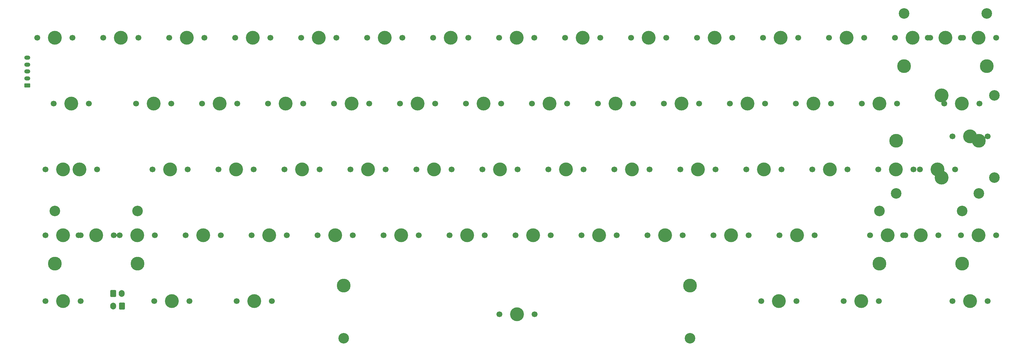
<source format=gbr>
%TF.GenerationSoftware,KiCad,Pcbnew,8.99.0-946-gf00a1ab517*%
%TF.CreationDate,2024-05-15T19:37:32+07:00*%
%TF.ProjectId,toro60,746f726f-3630-42e6-9b69-6361645f7063,rev?*%
%TF.SameCoordinates,Original*%
%TF.FileFunction,Soldermask,Top*%
%TF.FilePolarity,Negative*%
%FSLAX46Y46*%
G04 Gerber Fmt 4.6, Leading zero omitted, Abs format (unit mm)*
G04 Created by KiCad (PCBNEW 8.99.0-946-gf00a1ab517) date 2024-05-15 19:37:32*
%MOMM*%
%LPD*%
G01*
G04 APERTURE LIST*
G04 Aperture macros list*
%AMRoundRect*
0 Rectangle with rounded corners*
0 $1 Rounding radius*
0 $2 $3 $4 $5 $6 $7 $8 $9 X,Y pos of 4 corners*
0 Add a 4 corners polygon primitive as box body*
4,1,4,$2,$3,$4,$5,$6,$7,$8,$9,$2,$3,0*
0 Add four circle primitives for the rounded corners*
1,1,$1+$1,$2,$3*
1,1,$1+$1,$4,$5*
1,1,$1+$1,$6,$7*
1,1,$1+$1,$8,$9*
0 Add four rect primitives between the rounded corners*
20,1,$1+$1,$2,$3,$4,$5,0*
20,1,$1+$1,$4,$5,$6,$7,0*
20,1,$1+$1,$6,$7,$8,$9,0*
20,1,$1+$1,$8,$9,$2,$3,0*%
G04 Aperture macros list end*
%ADD10C,1.700000*%
%ADD11C,4.000000*%
%ADD12RoundRect,0.250000X0.600000X0.750000X-0.600000X0.750000X-0.600000X-0.750000X0.600000X-0.750000X0*%
%ADD13O,1.700000X2.000000*%
%ADD14RoundRect,0.250000X0.625000X-0.350000X0.625000X0.350000X-0.625000X0.350000X-0.625000X-0.350000X0*%
%ADD15O,1.750000X1.200000*%
%ADD16C,3.048000*%
%ADD17C,3.987800*%
%ADD18RoundRect,0.250000X-0.600000X-0.750000X0.600000X-0.750000X0.600000X0.750000X-0.600000X0.750000X0*%
%ADD19C,3.050000*%
G04 APERTURE END LIST*
D10*
%TO.C,SW29*%
X304483000Y-19050000D03*
D11*
X309563000Y-19050000D03*
D10*
X314643000Y-19050000D03*
%TD*%
%TO.C,SW30*%
X49689000Y-38100000D03*
D11*
X54769000Y-38100000D03*
D10*
X59849000Y-38100000D03*
%TD*%
%TO.C,SW16*%
X47308000Y-19050000D03*
D11*
X52388000Y-19050000D03*
D10*
X57468000Y-19050000D03*
%TD*%
%TO.C,SW69*%
X275430999Y-76200000D03*
D11*
X280510999Y-76200000D03*
D10*
X285590999Y-76200000D03*
%TD*%
%TO.C,SW50*%
X180657500Y-57150000D03*
D11*
X185737500Y-57150000D03*
D10*
X190817500Y-57150000D03*
%TD*%
%TO.C,SW31*%
X75882500Y-38100000D03*
D11*
X80962500Y-38100000D03*
D10*
X86042500Y-38100000D03*
%TD*%
%TO.C,SW13*%
X271145000Y0D03*
D11*
X276225000Y0D03*
D10*
X281305000Y0D03*
%TD*%
%TO.C,SW46*%
X104457500Y-57150000D03*
D11*
X109537500Y-57150000D03*
D10*
X114617500Y-57150000D03*
%TD*%
%TO.C,SW19*%
X109220000Y-19050000D03*
D11*
X114300000Y-19050000D03*
D10*
X119380000Y-19050000D03*
%TD*%
%TO.C,SW23*%
X185420000Y-19050000D03*
D11*
X190500000Y-19050000D03*
D10*
X195580000Y-19050000D03*
%TD*%
D12*
%TO.C,SWb\u00F4t1*%
X67020000Y-77640000D03*
D13*
X64520000Y-77640000D03*
%TD*%
D10*
%TO.C,SW53*%
X237807500Y-57150000D03*
D11*
X242887500Y-57150000D03*
D10*
X247967500Y-57150000D03*
%TD*%
%TO.C,SW28*%
X280670000Y-19050000D03*
D11*
X285750000Y-19050000D03*
D10*
X290830000Y-19050000D03*
%TD*%
%TO.C,SW56*%
X309245000Y-57150000D03*
D11*
X314325000Y-57150000D03*
D10*
X319405000Y-57150000D03*
%TD*%
%TO.C,SW34*%
X133032500Y-38100000D03*
D11*
X138112500Y-38100000D03*
D10*
X143192500Y-38100000D03*
%TD*%
%TO.C,SW45*%
X85407500Y-57150000D03*
D11*
X90487500Y-57150000D03*
D10*
X95567500Y-57150000D03*
%TD*%
%TO.C,SW2*%
X61595000Y0D03*
D11*
X66675000Y0D03*
D10*
X71755000Y0D03*
%TD*%
%TO.C,SW21*%
X147320000Y-19050000D03*
D11*
X152400000Y-19050000D03*
D10*
X157480000Y-19050000D03*
%TD*%
%TO.C,SW3*%
X80645000Y0D03*
D11*
X85725000Y0D03*
D10*
X90805000Y0D03*
%TD*%
%TO.C,SW26*%
X242570000Y-19050000D03*
D11*
X247650000Y-19050000D03*
D10*
X252730000Y-19050000D03*
%TD*%
D14*
%TO.C,J2*%
X39750000Y-13790000D03*
D15*
X39750000Y-11790000D03*
X39750000Y-9790000D03*
X39750000Y-7790000D03*
X39750000Y-5790000D03*
%TD*%
D10*
%TO.C,SW8*%
X175895000Y0D03*
D11*
X180975000Y0D03*
D10*
X186055000Y0D03*
%TD*%
%TO.C,SW22*%
X166370000Y-19050000D03*
D11*
X171450000Y-19050000D03*
D10*
X176530000Y-19050000D03*
%TD*%
%TO.C,SW6*%
X137795000Y0D03*
D11*
X142875000Y0D03*
D10*
X147955000Y0D03*
%TD*%
%TO.C,SW14*%
X290195000Y0D03*
D11*
X295275000Y0D03*
D10*
X300355000Y0D03*
%TD*%
%TO.C,SW20*%
X128270000Y-19050000D03*
D11*
X133350000Y-19050000D03*
D10*
X138430000Y-19050000D03*
%TD*%
%TO.C,SW24*%
X204470000Y-19050000D03*
D11*
X209550000Y-19050000D03*
D10*
X214630000Y-19050000D03*
%TD*%
%TO.C,SW40*%
X247332500Y-38100000D03*
D11*
X252412500Y-38100000D03*
D10*
X257492500Y-38100000D03*
%TD*%
%TO.C,SW36*%
X171132500Y-38100000D03*
D11*
X176212500Y-38100000D03*
D10*
X181292500Y-38100000D03*
%TD*%
%TO.C,SW35*%
X152082500Y-38100000D03*
D11*
X157162500Y-38100000D03*
D10*
X162242500Y-38100000D03*
%TD*%
%TO.C,SW17*%
X71120000Y-19050000D03*
D11*
X76200000Y-19050000D03*
D10*
X81280000Y-19050000D03*
%TD*%
%TO.C,SW41*%
X266382500Y-38100000D03*
D11*
X271462500Y-38100000D03*
D10*
X276542500Y-38100000D03*
%TD*%
%TO.C,SW39*%
X228282500Y-38100000D03*
D11*
X233362500Y-38100000D03*
D10*
X238442500Y-38100000D03*
%TD*%
D16*
%TO.C,SW1005*%
X285718500Y-50165000D03*
D17*
X285718500Y-65405000D03*
D10*
X292576500Y-57150000D03*
D11*
X297656500Y-57150000D03*
D10*
X302736500Y-57150000D03*
D16*
X309594500Y-50165000D03*
D17*
X309594500Y-65405000D03*
%TD*%
D10*
%TO.C,SW11*%
X233045000Y0D03*
D11*
X238125000Y0D03*
D10*
X243205000Y0D03*
%TD*%
%TO.C,SW49*%
X161607500Y-57150000D03*
D11*
X166687500Y-57150000D03*
D10*
X171767500Y-57150000D03*
%TD*%
D18*
%TO.C,SWb\u00F4trst1*%
X64500000Y-74020000D03*
D13*
X67000000Y-74020000D03*
%TD*%
D10*
%TO.C,SW1001*%
X285432500Y-38100000D03*
D11*
X290512500Y-38100000D03*
D10*
X295592500Y-38100000D03*
%TD*%
%TO.C,SW12*%
X252095000Y0D03*
D11*
X257175000Y0D03*
D10*
X262255000Y0D03*
%TD*%
%TO.C,SW1002*%
X44926000Y-38100000D03*
D11*
X50006000Y-38100000D03*
D10*
X55086000Y-38100000D03*
%TD*%
%TO.C,SW1*%
X42545000Y0D03*
D11*
X47625000Y0D03*
D10*
X52705000Y0D03*
%TD*%
%TO.C,SW55*%
X283051500Y-57150000D03*
D11*
X288131500Y-57150000D03*
D10*
X293211500Y-57150000D03*
%TD*%
%TO.C,SW7*%
X156845000Y0D03*
D11*
X161925000Y0D03*
D10*
X167005000Y0D03*
%TD*%
%TO.C,SW9*%
X194945000Y0D03*
D11*
X200025000Y0D03*
D10*
X205105000Y0D03*
%TD*%
%TO.C,SW54*%
X256857500Y-57150000D03*
D11*
X261937500Y-57150000D03*
D10*
X267017500Y-57150000D03*
%TD*%
%TO.C,SW4*%
X99695000Y0D03*
D11*
X104775000Y0D03*
D10*
X109855000Y0D03*
%TD*%
D17*
%TO.C,SW63*%
X131070100Y-71755000D03*
D16*
X131070100Y-86995000D03*
D10*
X175990000Y-80010000D03*
D11*
X181070000Y-80010000D03*
D10*
X186150000Y-80010000D03*
D17*
X231069900Y-71755000D03*
D16*
X231069900Y-86995000D03*
%TD*%
D10*
%TO.C,SW44*%
X66357500Y-57150000D03*
D11*
X71437500Y-57150000D03*
D10*
X76517500Y-57150000D03*
%TD*%
D17*
%TO.C,SW42*%
X290555099Y-29845000D03*
D16*
X290555099Y-45085000D03*
D10*
X297413099Y-38100000D03*
D11*
X302493099Y-38100000D03*
D10*
X307573099Y-38100000D03*
D17*
X314431099Y-29845000D03*
D16*
X314431099Y-45085000D03*
%TD*%
D10*
%TO.C,SW32*%
X94932500Y-38100000D03*
D11*
X100012500Y-38100000D03*
D10*
X105092500Y-38100000D03*
%TD*%
%TO.C,SW58*%
X76358500Y-76200000D03*
D11*
X81438500Y-76200000D03*
D10*
X86518500Y-76200000D03*
%TD*%
%TO.C,SW51*%
X199707500Y-57150000D03*
D11*
X204787500Y-57150000D03*
D10*
X209867500Y-57150000D03*
%TD*%
%TO.C,SW33*%
X113982500Y-38100000D03*
D11*
X119062500Y-38100000D03*
D10*
X124142500Y-38100000D03*
%TD*%
%TO.C,SW27*%
X261620000Y-19050000D03*
D11*
X266700000Y-19050000D03*
D10*
X271780000Y-19050000D03*
%TD*%
%TO.C,SW5*%
X118745000Y0D03*
D11*
X123825000Y0D03*
D10*
X128905000Y0D03*
%TD*%
%TO.C,SW25*%
X223520000Y-19050000D03*
D11*
X228600000Y-19050000D03*
D10*
X233680000Y-19050000D03*
%TD*%
%TO.C,SW70*%
X306863500Y-76200000D03*
D11*
X311943500Y-76200000D03*
D10*
X317023500Y-76200000D03*
%TD*%
%TO.C,SW43*%
X44926000Y-57150000D03*
D11*
X50006000Y-57150000D03*
D10*
X55086000Y-57150000D03*
%TD*%
%TO.C,SW47*%
X123507500Y-57150000D03*
D11*
X128587500Y-57150000D03*
D10*
X133667500Y-57150000D03*
%TD*%
%TO.C,SW59*%
X100171000Y-76200000D03*
D11*
X105251000Y-76200000D03*
D10*
X110331000Y-76200000D03*
%TD*%
D16*
%TO.C,SW1004*%
X47667600Y-50165000D03*
D17*
X47667600Y-65405000D03*
D10*
X54525600Y-57150000D03*
D11*
X59605600Y-57150000D03*
D10*
X64685600Y-57150000D03*
D16*
X71543600Y-50165000D03*
D17*
X71543600Y-65405000D03*
%TD*%
D16*
%TO.C,SW1000*%
X292862000Y6985000D03*
D17*
X292862000Y-8255000D03*
D10*
X299720000Y0D03*
D11*
X304800000Y0D03*
D10*
X309880000Y0D03*
D16*
X316738000Y6985000D03*
D17*
X316738000Y-8255000D03*
%TD*%
D10*
%TO.C,SW18*%
X90170000Y-19050000D03*
D11*
X95250000Y-19050000D03*
D10*
X100330000Y-19050000D03*
%TD*%
%TO.C,SW10*%
X213995000Y0D03*
D11*
X219075000Y0D03*
D10*
X224155000Y0D03*
%TD*%
%TO.C,SW68*%
X251618499Y-76200000D03*
D11*
X256698499Y-76200000D03*
D10*
X261778499Y-76200000D03*
%TD*%
%TO.C,SW52*%
X218757500Y-57150000D03*
D11*
X223837500Y-57150000D03*
D10*
X228917500Y-57150000D03*
%TD*%
%TO.C,SW57*%
X44926000Y-76200000D03*
D11*
X50006000Y-76200000D03*
D10*
X55086000Y-76200000D03*
%TD*%
%TO.C,SW38*%
X209232500Y-38100000D03*
D11*
X214312500Y-38100000D03*
D10*
X219392500Y-38100000D03*
%TD*%
%TO.C,SW48*%
X142557500Y-57150000D03*
D11*
X147637500Y-57150000D03*
D10*
X152717500Y-57150000D03*
%TD*%
%TO.C,SW37*%
X190182500Y-38100000D03*
D11*
X195262500Y-38100000D03*
D10*
X200342500Y-38100000D03*
%TD*%
D11*
%TO.C,SW1003*%
X303703500Y-16675000D03*
X303703500Y-40475000D03*
D10*
X306863500Y-28575000D03*
D11*
X311943500Y-28575000D03*
D10*
X317023500Y-28575000D03*
D19*
X318943500Y-16675000D03*
X318943500Y-40475000D03*
%TD*%
D10*
%TO.C,SW15*%
X309245000Y0D03*
D11*
X314325000Y0D03*
D10*
X319405000Y0D03*
%TD*%
M02*

</source>
